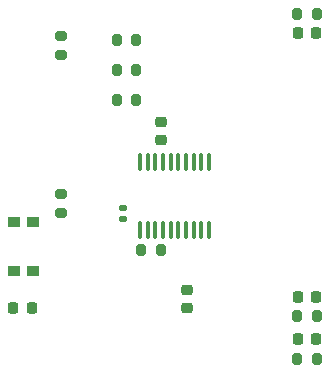
<source format=gbr>
%TF.GenerationSoftware,KiCad,Pcbnew,(6.0.4)*%
%TF.CreationDate,2023-03-08T20:25:47-05:00*%
%TF.ProjectId,Motor_module,4d6f746f-725f-46d6-9f64-756c652e6b69,rev?*%
%TF.SameCoordinates,Original*%
%TF.FileFunction,Paste,Top*%
%TF.FilePolarity,Positive*%
%FSLAX46Y46*%
G04 Gerber Fmt 4.6, Leading zero omitted, Abs format (unit mm)*
G04 Created by KiCad (PCBNEW (6.0.4)) date 2023-03-08 20:25:47*
%MOMM*%
%LPD*%
G01*
G04 APERTURE LIST*
G04 Aperture macros list*
%AMRoundRect*
0 Rectangle with rounded corners*
0 $1 Rounding radius*
0 $2 $3 $4 $5 $6 $7 $8 $9 X,Y pos of 4 corners*
0 Add a 4 corners polygon primitive as box body*
4,1,4,$2,$3,$4,$5,$6,$7,$8,$9,$2,$3,0*
0 Add four circle primitives for the rounded corners*
1,1,$1+$1,$2,$3*
1,1,$1+$1,$4,$5*
1,1,$1+$1,$6,$7*
1,1,$1+$1,$8,$9*
0 Add four rect primitives between the rounded corners*
20,1,$1+$1,$2,$3,$4,$5,0*
20,1,$1+$1,$4,$5,$6,$7,0*
20,1,$1+$1,$6,$7,$8,$9,0*
20,1,$1+$1,$8,$9,$2,$3,0*%
G04 Aperture macros list end*
%ADD10RoundRect,0.225000X-0.225000X-0.250000X0.225000X-0.250000X0.225000X0.250000X-0.225000X0.250000X0*%
%ADD11RoundRect,0.225000X-0.250000X0.225000X-0.250000X-0.225000X0.250000X-0.225000X0.250000X0.225000X0*%
%ADD12RoundRect,0.200000X-0.200000X-0.275000X0.200000X-0.275000X0.200000X0.275000X-0.200000X0.275000X0*%
%ADD13RoundRect,0.200000X0.200000X0.275000X-0.200000X0.275000X-0.200000X-0.275000X0.200000X-0.275000X0*%
%ADD14RoundRect,0.200000X-0.275000X0.200000X-0.275000X-0.200000X0.275000X-0.200000X0.275000X0.200000X0*%
%ADD15RoundRect,0.218750X0.218750X0.256250X-0.218750X0.256250X-0.218750X-0.256250X0.218750X-0.256250X0*%
%ADD16RoundRect,0.140000X-0.170000X0.140000X-0.170000X-0.140000X0.170000X-0.140000X0.170000X0.140000X0*%
%ADD17RoundRect,0.100000X0.100000X-0.637500X0.100000X0.637500X-0.100000X0.637500X-0.100000X-0.637500X0*%
%ADD18R,1.000000X0.900000*%
G04 APERTURE END LIST*
D10*
%TO.C,C3*%
X134215000Y-80550000D03*
X135765000Y-80550000D03*
%TD*%
D11*
%TO.C,C6*%
X148900000Y-79005000D03*
X148900000Y-80555000D03*
%TD*%
D12*
%TO.C,R4*%
X142985000Y-62950000D03*
X144635000Y-62950000D03*
%TD*%
D13*
%TO.C,R6*%
X146725000Y-75670000D03*
X145075000Y-75670000D03*
%TD*%
%TO.C,R7*%
X159925000Y-55660000D03*
X158275000Y-55660000D03*
%TD*%
D14*
%TO.C,R2*%
X138240000Y-57485000D03*
X138240000Y-59135000D03*
%TD*%
D15*
%TO.C,D2*%
X159867500Y-79590000D03*
X158292500Y-79590000D03*
%TD*%
D11*
%TO.C,C5*%
X146760000Y-64785000D03*
X146760000Y-66335000D03*
%TD*%
D15*
%TO.C,D1*%
X159867500Y-57260000D03*
X158292500Y-57260000D03*
%TD*%
D16*
%TO.C,C8*%
X143510000Y-72040000D03*
X143510000Y-73000000D03*
%TD*%
D12*
%TO.C,R3*%
X142985000Y-60410000D03*
X144635000Y-60410000D03*
%TD*%
%TO.C,R10*%
X158265000Y-84900000D03*
X159915000Y-84900000D03*
%TD*%
%TO.C,R1*%
X142985000Y-57870000D03*
X144635000Y-57870000D03*
%TD*%
D17*
%TO.C,U1*%
X144945000Y-73912500D03*
X145595000Y-73912500D03*
X146245000Y-73912500D03*
X146895000Y-73912500D03*
X147545000Y-73912500D03*
X148195000Y-73912500D03*
X148845000Y-73912500D03*
X149495000Y-73912500D03*
X150145000Y-73912500D03*
X150795000Y-73912500D03*
X150795000Y-68187500D03*
X150145000Y-68187500D03*
X149495000Y-68187500D03*
X148845000Y-68187500D03*
X148195000Y-68187500D03*
X147545000Y-68187500D03*
X146895000Y-68187500D03*
X146245000Y-68187500D03*
X145595000Y-68187500D03*
X144945000Y-68187500D03*
%TD*%
D18*
%TO.C,SW1*%
X134260000Y-77380000D03*
X134260000Y-73280000D03*
X135860000Y-73280000D03*
X135860000Y-77380000D03*
%TD*%
D12*
%TO.C,R9*%
X158275000Y-81210000D03*
X159925000Y-81210000D03*
%TD*%
D14*
%TO.C,R8*%
X138240000Y-70885000D03*
X138240000Y-72535000D03*
%TD*%
D15*
%TO.C,D3*%
X159867500Y-83150000D03*
X158292500Y-83150000D03*
%TD*%
M02*

</source>
